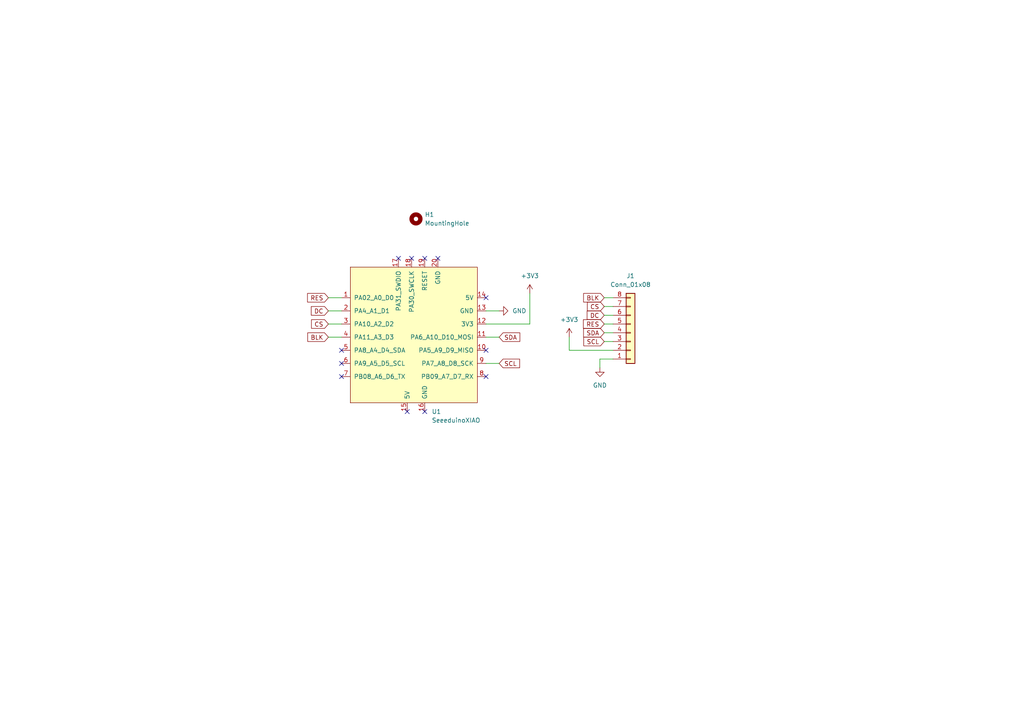
<source format=kicad_sch>
(kicad_sch (version 20211123) (generator eeschema)
  (paper "A4")
  (lib_symbols
    (symbol "Boxel_Symbols:SeeeduinoXIAO" (pin_names (offset 1.016))
      (property "Reference" "U" (at -19.05 22.86 0))
      (property "Value" "SeeeduinoXIAO" (at -12.7 21.59 0))
      (symbol "SeeeduinoXIAO_0_1"
        (rectangle (start -19.05 20.32) (end 17.78 -19.05) (fill (type background)))
      )
      (symbol "SeeeduinoXIAO_1_1"
        (pin unspecified line (at -21.59 11.43 0) (length 2.54) (name "PA02_A0_D0") (number "1"))
        (pin unspecified line (at 20.32 -3.81 180) (length 2.54) (name "PA5_A9_D9_MISO") (number "10"))
        (pin unspecified line (at 20.32 0 180) (length 2.54) (name "PA6_A10_D10_MOSI") (number "11"))
        (pin unspecified line (at 20.32 3.81 180) (length 2.54) (name "3V3") (number "12"))
        (pin unspecified line (at 20.32 7.62 180) (length 2.54) (name "GND") (number "13"))
        (pin unspecified line (at 20.32 11.43 180) (length 2.54) (name "5V") (number "14"))
        (pin input line (at -2.54 -21.59 90) (length 2.54) (name "5V") (number "15"))
        (pin input line (at 2.54 -21.59 90) (length 2.54) (name "GND") (number "16"))
        (pin input line (at -5.08 22.86 270) (length 2.54) (name "PA31_SWDIO") (number "17"))
        (pin input line (at -1.27 22.86 270) (length 2.54) (name "PA30_SWCLK") (number "18"))
        (pin input line (at 2.54 22.86 270) (length 2.54) (name "RESET") (number "19"))
        (pin unspecified line (at -21.59 7.62 0) (length 2.54) (name "PA4_A1_D1") (number "2"))
        (pin input line (at 6.35 22.86 270) (length 2.54) (name "GND") (number "20"))
        (pin unspecified line (at -21.59 3.81 0) (length 2.54) (name "PA10_A2_D2") (number "3"))
        (pin unspecified line (at -21.59 0 0) (length 2.54) (name "PA11_A3_D3") (number "4"))
        (pin unspecified line (at -21.59 -3.81 0) (length 2.54) (name "PA8_A4_D4_SDA") (number "5"))
        (pin unspecified line (at -21.59 -7.62 0) (length 2.54) (name "PA9_A5_D5_SCL") (number "6"))
        (pin unspecified line (at -21.59 -11.43 0) (length 2.54) (name "PB08_A6_D6_TX") (number "7"))
        (pin unspecified line (at 20.32 -11.43 180) (length 2.54) (name "PB09_A7_D7_RX") (number "8"))
        (pin unspecified line (at 20.32 -7.62 180) (length 2.54) (name "PA7_A8_D8_SCK") (number "9"))
      )
    )
    (symbol "Connector_Generic:Conn_01x08" (pin_names (offset 1.016) hide)
      (property "Reference" "J" (at 0 10.16 0))
      (property "Value" "Conn_01x08" (at 0 -12.7 0))
      (symbol "Conn_01x08_1_1"
        (rectangle (start -1.27 -10.033) (end 0 -10.287) (stroke (width 0.1524)))
        (rectangle (start -1.27 -7.493) (end 0 -7.747) (stroke (width 0.1524)))
        (rectangle (start -1.27 -4.953) (end 0 -5.207) (stroke (width 0.1524)))
        (rectangle (start -1.27 -2.413) (end 0 -2.667) (stroke (width 0.1524)))
        (rectangle (start -1.27 0.127) (end 0 -0.127) (stroke (width 0.1524)))
        (rectangle (start -1.27 2.667) (end 0 2.413) (stroke (width 0.1524)))
        (rectangle (start -1.27 5.207) (end 0 4.953) (stroke (width 0.1524)))
        (rectangle (start -1.27 7.747) (end 0 7.493) (stroke (width 0.1524)))
        (rectangle (start -1.27 8.89) (end 1.27 -11.43) (stroke (width 0.254)) (fill (type background)))
        (pin passive line (at -5.08 7.62 0) (length 3.81) (name "Pin_1") (number "1"))
        (pin passive line (at -5.08 5.08 0) (length 3.81) (name "Pin_2") (number "2"))
        (pin passive line (at -5.08 2.54 0) (length 3.81) (name "Pin_3") (number "3"))
        (pin passive line (at -5.08 0 0) (length 3.81) (name "Pin_4") (number "4"))
        (pin passive line (at -5.08 -2.54 0) (length 3.81) (name "Pin_5") (number "5"))
        (pin passive line (at -5.08 -5.08 0) (length 3.81) (name "Pin_6") (number "6"))
        (pin passive line (at -5.08 -7.62 0) (length 3.81) (name "Pin_7") (number "7"))
        (pin passive line (at -5.08 -10.16 0) (length 3.81) (name "Pin_8") (number "8"))
      )
    )
    (symbol "Mechanical:MountingHole" (pin_names (offset 1.016))
      (property "Reference" "H" (at 0 5.08 0))
      (property "Value" "MountingHole" (at 0 3.175 0))
      (symbol "MountingHole_0_1"
        (circle (center 0 0) (radius 1.27) (stroke (width 1.27)))
      )
    )
    (symbol "power:+3V3" (power) (pin_names (offset 0))
      (property "Value" "+3V3" (at 0 3.556 0))
      (symbol "+3V3_0_1"
        (polyline (pts (xy -0.762 1.27) (xy 0 2.54)))
        (polyline (pts (xy 0 0) (xy 0 2.54)))
        (polyline (pts (xy 0 2.54) (xy 0.762 1.27)))
      )
      (symbol "+3V3_1_1"
        (pin power_in line (at 0 0 90) (length 0) hide (name "+3V3") (number "1"))
      )
    )
    (symbol "power:GND" (power) (pin_names (offset 0))
      (property "Value" "GND" (at 0 -3.81 0))
      (symbol "GND_0_1"
        (polyline (pts (xy 0 0) (xy 0 -1.27) (xy 1.27 -1.27) (xy 0 -2.54) (xy -1.27 -1.27) (xy 0 -1.27)))
      )
      (symbol "GND_1_1"
        (pin power_in line (at 0 0 270) (length 0) hide (name "GND") (number "1"))
      )
    )
  )
  (no_connect (at 119.38 74.93))
  (no_connect (at 123.19 74.93))
  (no_connect (at 140.97 86.36))
  (no_connect (at 140.97 109.22))
  (no_connect (at 123.19 119.38))
  (no_connect (at 140.97 101.6))
  (no_connect (at 118.11 119.38))
  (no_connect (at 99.06 109.22))
  (no_connect (at 99.06 105.41))
  (no_connect (at 99.06 101.6))
  (no_connect (at 127 74.93))
  (no_connect (at 115.57 74.93))
  (wire (pts (xy 153.67 85.09) (xy 153.67 93.98)))
  (wire (pts (xy 177.8 104.14) (xy 173.99 104.14)))
  (wire (pts (xy 175.26 99.06) (xy 177.8 99.06)))
  (wire (pts (xy 95.25 93.98) (xy 99.06 93.98)))
  (wire (pts (xy 95.25 86.36) (xy 99.06 86.36)))
  (wire (pts (xy 165.1 101.6) (xy 177.8 101.6)))
  (wire (pts (xy 175.26 93.98) (xy 177.8 93.98)))
  (wire (pts (xy 175.26 86.36) (xy 177.8 86.36)))
  (wire (pts (xy 175.26 88.9) (xy 177.8 88.9)))
  (wire (pts (xy 95.25 90.17) (xy 99.06 90.17)))
  (wire (pts (xy 175.26 96.52) (xy 177.8 96.52)))
  (wire (pts (xy 165.1 101.6) (xy 165.1 97.79)))
  (wire (pts (xy 173.99 104.14) (xy 173.99 106.68)))
  (wire (pts (xy 140.97 90.17) (xy 144.78 90.17)))
  (wire (pts (xy 140.97 93.98) (xy 153.67 93.98)))
  (wire (pts (xy 95.25 97.79) (xy 99.06 97.79)))
  (wire (pts (xy 140.97 105.41) (xy 144.78 105.41)))
  (wire (pts (xy 175.26 91.44) (xy 177.8 91.44)))
  (wire (pts (xy 140.97 97.79) (xy 144.78 97.79)))
  (global_label "RES" (shape input) (at 175.26 93.98 180) (property "Intersheet References" "${INTERSHEET_REFS}" (effects hide)))
  (global_label "DC" (shape input) (at 175.26 91.44 180) (property "Intersheet References" "${INTERSHEET_REFS}" (effects hide)))
  (global_label "BLK" (shape input) (at 175.26 86.36 180) (property "Intersheet References" "${INTERSHEET_REFS}" (effects hide)))
  (global_label "RES" (shape input) (at 95.25 86.36 180) (property "Intersheet References" "${INTERSHEET_REFS}" (effects hide)))
  (global_label "SDA" (shape input) (at 175.26 96.52 180) (property "Intersheet References" "${INTERSHEET_REFS}" (effects hide)))
  (global_label "CS" (shape input) (at 95.25 93.98 180) (property "Intersheet References" "${INTERSHEET_REFS}" (effects hide)))
  (global_label "SCL" (shape input) (at 144.78 105.41 0) (property "Intersheet References" "${INTERSHEET_REFS}" (effects hide)))
  (global_label "DC" (shape input) (at 95.25 90.17 180) (property "Intersheet References" "${INTERSHEET_REFS}" (effects hide)))
  (global_label "BLK" (shape input) (at 95.25 97.79 180) (property "Intersheet References" "${INTERSHEET_REFS}" (effects hide)))
  (global_label "SDA" (shape input) (at 144.78 97.79 0) (property "Intersheet References" "${INTERSHEET_REFS}" (effects hide)))
  (global_label "SCL" (shape input) (at 175.26 99.06 180) (property "Intersheet References" "${INTERSHEET_REFS}" (effects hide)))
  (global_label "CS" (shape input) (at 175.26 88.9 180) (property "Intersheet References" "${INTERSHEET_REFS}" (effects hide)))
  (symbol (lib_id "Mechanical:MountingHole") (at 120.65 63.5 0) (unit 1)
    (property "Reference" "H1" (at 123.19 62.2299 0) (effects (justify left)))
    (property "Value" "MountingHole" (at 123.19 64.7699 0) (effects (justify left)))
    (property "Footprint" "MountingHole:MountingHole_2.2mm_M2_Pad" (effects hide))
  )
  (symbol (lib_id "power:+3V3") (at 153.67 85.09 0) (unit 1)
    (property "Reference" "#PWR01" (effects hide))
    (property "Value" "+3V3" (at 153.67 80.01 0))
  )
  (symbol (lib_id "power:+3V3") (at 165.1 97.79 0) (unit 1)
    (property "Reference" "#PWR03" (effects hide))
    (property "Value" "+3V3" (at 165.1 92.71 0))
  )
  (symbol (lib_id "Boxel_Symbols:SeeeduinoXIAO") (at 120.65 97.79 0) (unit 1)
    (property "Reference" "U1" (at 125.2094 119.38 0) (effects (justify left)))
    (property "Value" "SeeeduinoXIAO" (at 125.2094 121.92 0) (effects (justify left)))
    (property "Footprint" "Boxel_Footprints:xiao-tht" (effects hide))
  )
  (symbol (lib_id "power:GND") (at 173.99 106.68 0) (unit 1)
    (property "Reference" "#PWR04" (effects hide))
    (property "Value" "GND" (at 173.99 111.76 0))
  )
  (symbol (lib_id "power:GND") (at 144.78 90.17 90) (unit 1)
    (property "Reference" "#PWR02" (effects hide))
    (property "Value" "GND" (at 148.59 90.17 90) (effects (justify right)))
  )
  (symbol (lib_id "Connector_Generic:Conn_01x08") (at 182.88 96.52 0) (mirror x) (unit 1)
    (property "Reference" "J1" (at 182.88 80.01 0))
    (property "Value" "Conn_01x08" (at 182.88 82.55 0))
    (property "Footprint" "Connector_PinHeader_2.54mm:PinHeader_1x08_P2.54mm_Horizontal" (effects hide))
  )
)
</source>
